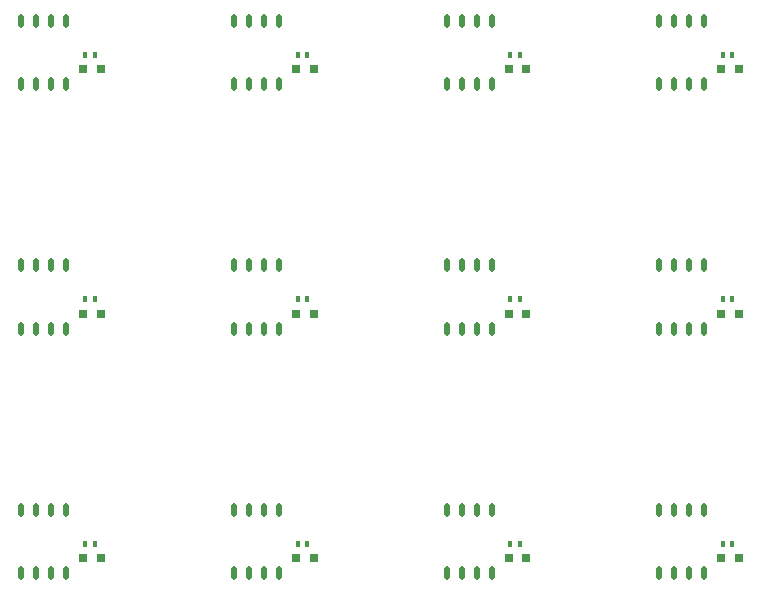
<source format=gbp>
G04*
G04 #@! TF.GenerationSoftware,Altium Limited,Altium Designer,20.1.11 (218)*
G04*
G04 Layer_Color=128*
%FSLAX25Y25*%
%MOIN*%
G70*
G04*
G04 #@! TF.SameCoordinates,4A8DF08C-7CCE-415C-BD08-992622932B33*
G04*
G04*
G04 #@! TF.FilePolarity,Positive*
G04*
G01*
G75*
%ADD15R,0.01575X0.01968*%
%ADD16R,0.03150X0.03150*%
%ADD30O,0.02165X0.04528*%
G54D15*
X120079Y-82284D02*
D03*
X123228D02*
D03*
X120079Y80709D02*
D03*
X123228D02*
D03*
X120079Y-787D02*
D03*
X123228D02*
D03*
X-21654D02*
D03*
X-18504D02*
D03*
X-21654Y80709D02*
D03*
X-18504D02*
D03*
X-21654Y-82284D02*
D03*
X-18504D02*
D03*
X-92520Y-787D02*
D03*
X-89370D02*
D03*
X49213D02*
D03*
X52362D02*
D03*
X-92520Y80709D02*
D03*
X-89370D02*
D03*
X49213D02*
D03*
X52362D02*
D03*
X-92520Y-82284D02*
D03*
X-89370D02*
D03*
X49213D02*
D03*
X52362D02*
D03*
G54D16*
X125394Y-87008D02*
D03*
X119488D02*
D03*
X125394Y75984D02*
D03*
X119488D02*
D03*
X125394Y-5512D02*
D03*
X119488D02*
D03*
X-16339D02*
D03*
X-22244D02*
D03*
X-16339Y75984D02*
D03*
X-22244D02*
D03*
X-16339Y-87008D02*
D03*
X-22244D02*
D03*
X-87205Y-5512D02*
D03*
X-93110D02*
D03*
X54527D02*
D03*
X48622D02*
D03*
X-87205Y75984D02*
D03*
X-93110D02*
D03*
X54527D02*
D03*
X48622D02*
D03*
X-87205Y-87008D02*
D03*
X-93110D02*
D03*
X54527D02*
D03*
X48622D02*
D03*
G54D30*
X113799Y-92027D02*
D03*
X108799D02*
D03*
X103799D02*
D03*
X98799D02*
D03*
X113799Y-70965D02*
D03*
X108799D02*
D03*
X103799D02*
D03*
X98799D02*
D03*
X113799Y70965D02*
D03*
X108799D02*
D03*
X103799D02*
D03*
X98799D02*
D03*
X113799Y92028D02*
D03*
X108799D02*
D03*
X103799D02*
D03*
X98799D02*
D03*
X113799Y-10531D02*
D03*
X108799D02*
D03*
X103799D02*
D03*
X98799D02*
D03*
X113799Y10531D02*
D03*
X108799D02*
D03*
X103799D02*
D03*
X98799D02*
D03*
X-27933Y-10531D02*
D03*
X-32933D02*
D03*
X-37933D02*
D03*
X-42933D02*
D03*
X-27933Y10531D02*
D03*
X-32933D02*
D03*
X-37933D02*
D03*
X-42933D02*
D03*
X-27933Y70965D02*
D03*
X-32933D02*
D03*
X-37933D02*
D03*
X-42933D02*
D03*
X-27933Y92028D02*
D03*
X-32933D02*
D03*
X-37933D02*
D03*
X-42933D02*
D03*
X-27933Y-92027D02*
D03*
X-32933D02*
D03*
X-37933D02*
D03*
X-42933D02*
D03*
X-27933Y-70965D02*
D03*
X-32933D02*
D03*
X-37933D02*
D03*
X-42933D02*
D03*
X-98799Y-10531D02*
D03*
X-103799D02*
D03*
X-108799D02*
D03*
X-113799D02*
D03*
X-98799Y10531D02*
D03*
X-103799D02*
D03*
X-108799D02*
D03*
X-113799D02*
D03*
X42933Y-10531D02*
D03*
X37933D02*
D03*
X32933D02*
D03*
X27933D02*
D03*
X42933Y10531D02*
D03*
X37933D02*
D03*
X32933D02*
D03*
X27933D02*
D03*
X-98799Y70965D02*
D03*
X-103799D02*
D03*
X-108799D02*
D03*
X-113799D02*
D03*
X-98799Y92028D02*
D03*
X-103799D02*
D03*
X-108799D02*
D03*
X-113799D02*
D03*
X42933Y70965D02*
D03*
X37933D02*
D03*
X32933D02*
D03*
X27933D02*
D03*
X42933Y92028D02*
D03*
X37933D02*
D03*
X32933D02*
D03*
X27933D02*
D03*
X-98799Y-92027D02*
D03*
X-103799D02*
D03*
X-108799D02*
D03*
X-113799D02*
D03*
X-98799Y-70965D02*
D03*
X-103799D02*
D03*
X-108799D02*
D03*
X-113799D02*
D03*
X42933Y-92027D02*
D03*
X37933D02*
D03*
X32933D02*
D03*
X27933D02*
D03*
X42933Y-70965D02*
D03*
X37933D02*
D03*
X32933D02*
D03*
X27933D02*
D03*
M02*

</source>
